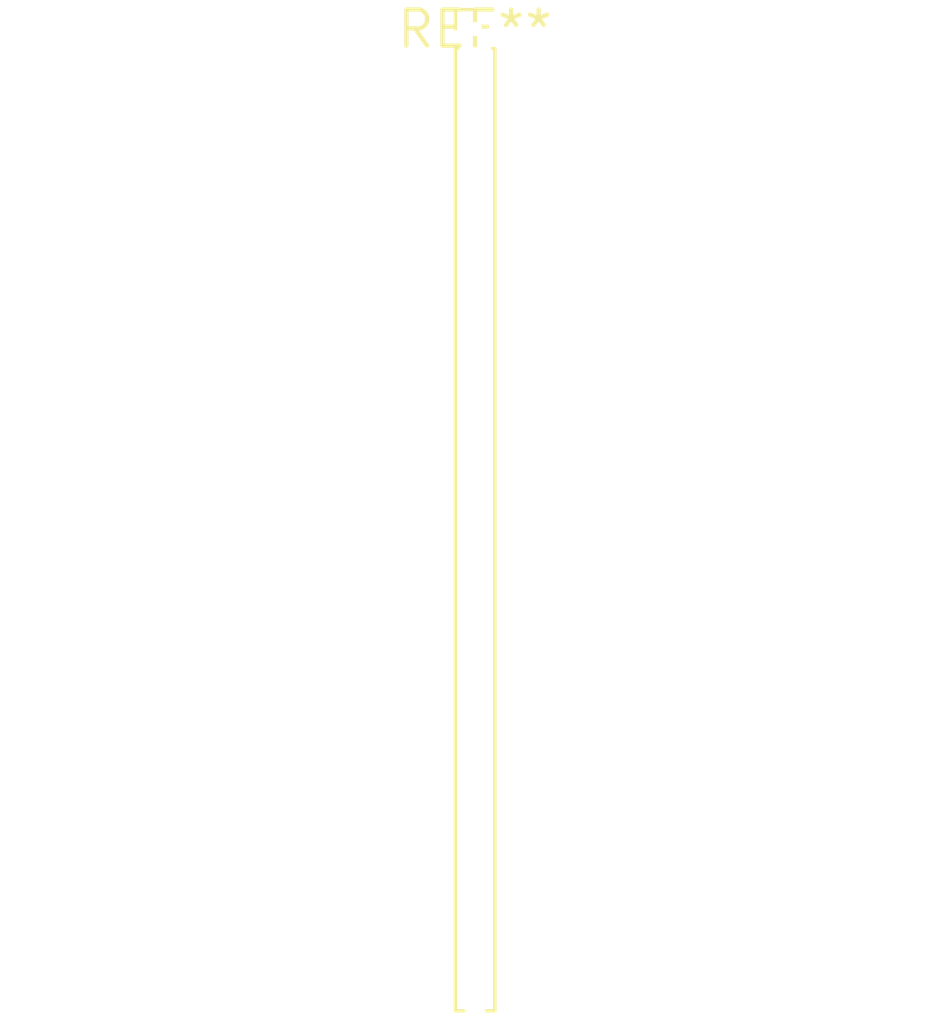
<source format=kicad_pcb>
(kicad_pcb (version 20240108) (generator pcbnew)
  (layers (0 "F.Cu" signal) (31 "B.Cu" signal) (34 "B.Paste" user) (35 "F.Paste" user) (36 "B.SilkS" user "B.Silkscreen") (37 "F.SilkS" user "F.Silkscreen") (38 "B.Mask" user) (39 "F.Mask" user) (44 "Edge.Cuts" user))
  (net 0 "")
  (footprint "PinHeader_1x35_P1.00mm_Vertical" (layer "F.Cu") (at 0 0)
    (property "Reference" "REF**")
    (property "Value" "PinHeader_1x35_P1.00mm_Vertical")
    (fp_line (start -0.695 -0.685) (end 0 -0.685) (layer "F.SilkS") (stroke (width 0.12)))
    (fp_line (start -0.695 0) (end -0.695 -0.685) (layer "F.SilkS") (stroke (width 0.12)))
    (fp_line (start -0.695 0.685) (end -0.695 34.56) (layer "F.SilkS") (stroke (width 0.12)))
    (fp_line (start -0.695 0.685) (end -0.608276 0.685) (layer "F.SilkS") (stroke (width 0.12)))
    (fp_line (start -0.695 34.56) (end -0.394493 34.56) (layer "F.SilkS") (stroke (width 0.12)))
    (fp_line (start 0.394493 34.56) (end 0.695 34.56) (layer "F.SilkS") (stroke (width 0.12)))
    (fp_line (start 0.608276 0.685) (end 0.695 0.685) (layer "F.SilkS") (stroke (width 0.12)))
    (fp_line (start 0.695 0.685) (end 0.695 34.56) (layer "F.SilkS") (stroke (width 0.12)))
    (pad "1" thru_hole rect (at 0 0) (size 0.85 0.85) (drill 0.5) (layers *.Cu *.Mask) (remove_unused_layers))
    (pad "2" thru_hole oval (at 0 1) (size 0.85 0.85) (drill 0.5) (layers *.Cu *.Mask) (remove_unused_layers))
    (pad "3" thru_hole oval (at 0 2) (size 0.85 0.85) (drill 0.5) (layers *.Cu *.Mask) (remove_unused_layers))
    (pad "4" thru_hole oval (at 0 3) (size 0.85 0.85) (drill 0.5) (layers *.Cu *.Mask) (remove_unused_layers))
    (pad "5" thru_hole oval (at 0 4) (size 0.85 0.85) (drill 0.5) (layers *.Cu *.Mask) (remove_unused_layers))
    (pad "6" thru_hole oval (at 0 5) (size 0.85 0.85) (drill 0.5) (layers *.Cu *.Mask) (remove_unused_layers))
    (pad "7" thru_hole oval (at 0 6) (size 0.85 0.85) (drill 0.5) (layers *.Cu *.Mask) (remove_unused_layers))
    (pad "8" thru_hole oval (at 0 7) (size 0.85 0.85) (drill 0.5) (layers *.Cu *.Mask) (remove_unused_layers))
    (pad "9" thru_hole oval (at 0 8) (size 0.85 0.85) (drill 0.5) (layers *.Cu *.Mask) (remove_unused_layers))
    (pad "10" thru_hole oval (at 0 9) (size 0.85 0.85) (drill 0.5) (layers *.Cu *.Mask) (remove_unused_layers))
    (pad "11" thru_hole oval (at 0 10) (size 0.85 0.85) (drill 0.5) (layers *.Cu *.Mask) (remove_unused_layers))
    (pad "12" thru_hole oval (at 0 11) (size 0.85 0.85) (drill 0.5) (layers *.Cu *.Mask) (remove_unused_layers))
    (pad "13" thru_hole oval (at 0 12) (size 0.85 0.85) (drill 0.5) (layers *.Cu *.Mask) (remove_unused_layers))
    (pad "14" thru_hole oval (at 0 13) (size 0.85 0.85) (drill 0.5) (layers *.Cu *.Mask) (remove_unused_layers))
    (pad "15" thru_hole oval (at 0 14) (size 0.85 0.85) (drill 0.5) (layers *.Cu *.Mask) (remove_unused_layers))
    (pad "16" thru_hole oval (at 0 15) (size 0.85 0.85) (drill 0.5) (layers *.Cu *.Mask) (remove_unused_layers))
    (pad "17" thru_hole oval (at 0 16) (size 0.85 0.85) (drill 0.5) (layers *.Cu *.Mask) (remove_unused_layers))
    (pad "18" thru_hole oval (at 0 17) (size 0.85 0.85) (drill 0.5) (layers *.Cu *.Mask) (remove_unused_layers))
    (pad "19" thru_hole oval (at 0 18) (size 0.85 0.85) (drill 0.5) (layers *.Cu *.Mask) (remove_unused_layers))
    (pad "20" thru_hole oval (at 0 19) (size 0.85 0.85) (drill 0.5) (layers *.Cu *.Mask) (remove_unused_layers))
    (pad "21" thru_hole oval (at 0 20) (size 0.85 0.85) (drill 0.5) (layers *.Cu *.Mask) (remove_unused_layers))
    (pad "22" thru_hole oval (at 0 21) (size 0.85 0.85) (drill 0.5) (layers *.Cu *.Mask) (remove_unused_layers))
    (pad "23" thru_hole oval (at 0 22) (size 0.85 0.85) (drill 0.5) (layers *.Cu *.Mask) (remove_unused_layers))
    (pad "24" thru_hole oval (at 0 23) (size 0.85 0.85) (drill 0.5) (layers *.Cu *.Mask) (remove_unused_layers))
    (pad "25" thru_hole oval (at 0 24) (size 0.85 0.85) (drill 0.5) (layers *.Cu *.Mask) (remove_unused_layers))
    (pad "26" thru_hole oval (at 0 25) (size 0.85 0.85) (drill 0.5) (layers *.Cu *.Mask) (remove_unused_layers))
    (pad "27" thru_hole oval (at 0 26) (size 0.85 0.85) (drill 0.5) (layers *.Cu *.Mask) (remove_unused_layers))
    (pad "28" thru_hole oval (at 0 27) (size 0.85 0.85) (drill 0.5) (layers *.Cu *.Mask) (remove_unused_layers))
    (pad "29" thru_hole oval (at 0 28) (size 0.85 0.85) (drill 0.5) (layers *.Cu *.Mask) (remove_unused_layers))
    (pad "30" thru_hole oval (at 0 29) (size 0.85 0.85) (drill 0.5) (layers *.Cu *.Mask) (remove_unused_layers))
    (pad "31" thru_hole oval (at 0 30) (size 0.85 0.85) (drill 0.5) (layers *.Cu *.Mask) (remove_unused_layers))
    (pad "32" thru_hole oval (at 0 31) (size 0.85 0.85) (drill 0.5) (layers *.Cu *.Mask) (remove_unused_layers))
    (pad "33" thru_hole oval (at 0 32) (size 0.85 0.85) (drill 0.5) (layers *.Cu *.Mask) (remove_unused_layers))
    (pad "34" thru_hole oval (at 0 33) (size 0.85 0.85) (drill 0.5) (layers *.Cu *.Mask) (remove_unused_layers))
    (pad "35" thru_hole oval (at 0 34) (size 0.85 0.85) (drill 0.5) (layers *.Cu *.Mask) (remove_unused_layers))
  )
)
</source>
